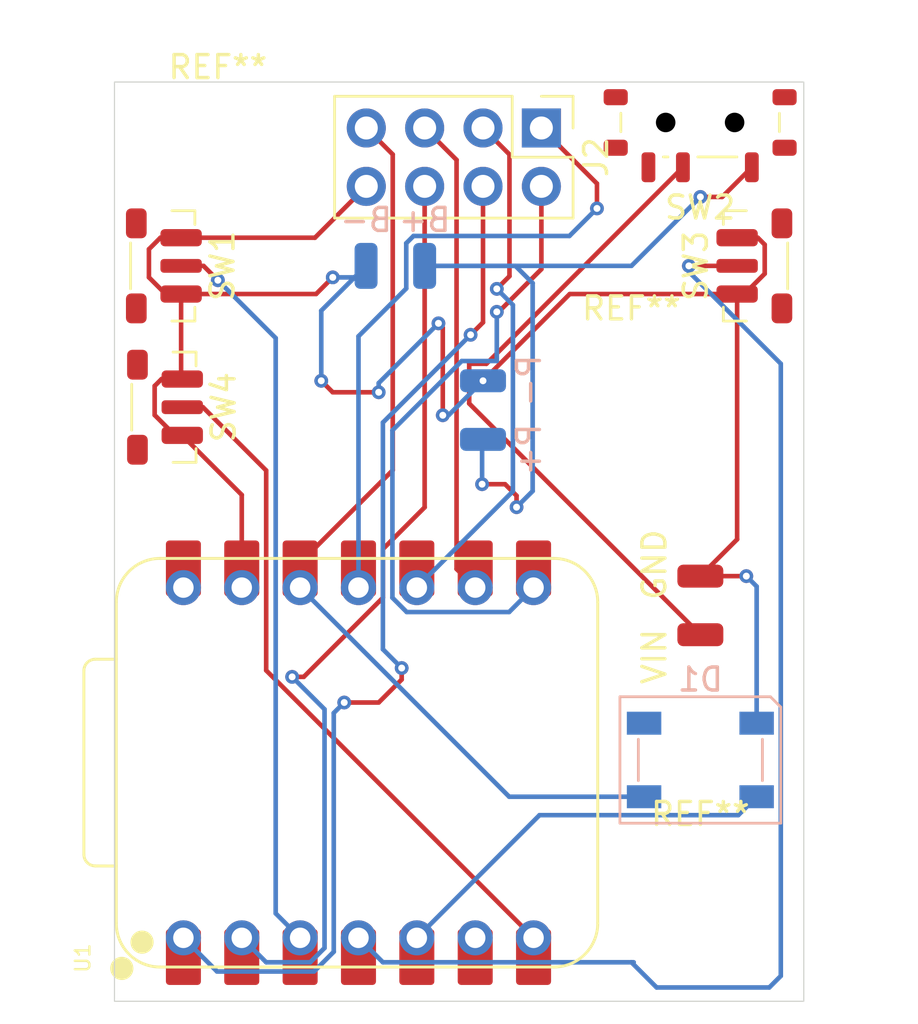
<source format=kicad_pcb>
(kicad_pcb (version 20241229) (generator "pcbnew") (generator_version "9.0")
  (layers (0 "F.Cu" signal) (2 "B.Cu" signal) (13 "F.Paste" user) (15 "B.Paste" user) (5 "F.SilkS" user "F.Silkscreen") (7 "B.SilkS" user "B.Silkscreen") (1 "F.Mask" user) (3 "B.Mask" user) (25 "Edge.Cuts" user))
  (net 0 "")
  (net 1 "scl{slash}clk")
  (net 2 "+3.3V")
  (net 3 "cs")
  (net 4 "sda{slash}din")
  (net 5 "res")
  (net 6 "d{slash}c")
  (net 7 "busy")
  (net 8 "b1")
  (net 10 "b2")
  (net 11 "b3")
  (net 13 "GND")
  (net 15 "Net-(D1-DIN)")
  (net 17 "Net-(B+1-Pin_1)")
  (net 18 "Net-(SW2-B)")
  (footprint "MountingHole:MountingHole_3.2mm_M3" (layer "F.Cu") (at 215.5 56)
    (property "Reference" "REF**" (at 0 -4.15 0) (layer "F.SilkS"))
    (property "Value" "MountingHole_3.2mm_M3")
    (pad "" np_thru_hole circle (at 0 0) (size 3.2 3.2) (drill 3.2) (layers "*.Cu" "*.Mask"))
  )
  (footprint "Button_Switch_SMD:SW_Push_1P1T-MP_NO_Horizontal_Alps_SKRTLAE010" (layer "F.Cu") (at 218 28 90)
    (property "Reference" "SW3" (at 0 -2.7 90) (layer "F.SilkS"))
    (property "Value" "SW_Push")
    (fp_line (start 2.4 -1.5) (end 2.4 -0.5) (stroke (width 0.12)) (layer "F.SilkS"))
    (fp_line (start 1.8 -1.5) (end 2.4 -1.5) (stroke (width 0.12)) (layer "F.SilkS"))
    (fp_line (start -1.8 -1.5) (end -2.4 -1.5) (stroke (width 0.12)) (layer "F.SilkS"))
    (fp_line (start -2.4 -1.5) (end -2.4 -0.5) (stroke (width 0.12)) (layer "F.SilkS"))
    (fp_line (start -1 1.3) (end 1 1.3) (stroke (width 0.12)) (layer "F.SilkS"))
    (pad "" np_thru_hole circle (at -2.125 0 90) (size 0.9 0.9) (drill 0.9) (layers "*.Cu" "*.Mask"))
    (pad "" np_thru_hole circle (at 2.125 0 90) (size 0.9 0.9) (drill 0.9) (layers "*.Cu" "*.Mask"))
    (pad "1" smd roundrect (at -1.225 -0.9 90) (size 0.75 1.8) (layers "F.Cu" "F.Mask" "F.Paste") (net 13 "GND"))
    (pad "1" smd roundrect (at 1.225 -0.9 90) (size 0.75 1.8) (layers "F.Cu" "F.Mask" "F.Paste") (net 13 "GND"))
    (pad "2" smd roundrect (at 0 -0.9 90) (size 0.6 1.8) (layers "F.Cu" "F.Mask" "F.Paste") (net 10 "b2"))
    (pad "MP" smd roundrect (at -1.85 1.05 90) (size 1.3 0.9) (layers "F.Cu" "F.Mask" "F.Paste"))
    (pad "MP" smd roundrect (at 1.85 1.05 90) (size 1.3 0.9) (layers "F.Cu" "F.Mask" "F.Paste"))
  )
  (footprint "rp2040:XIAO-RP2040-DIP" (layer "F.Cu") (at 200.62 49.62 90)
    (property "Reference" "U1" (at -8.5 -12 90) (layer "F.SilkS") (effects (font (size 0.635 0.635) (thickness 0.1016))))
    (property "Value" "XIAO-RP2040-DIP")
    (fp_line (start -3.991272 -11.951) (end 4.004 -11.951) (stroke (width 0.127)) (layer "F.SilkS"))
    (fp_line (start 4.504 -11.451) (end 4.504 -10.541) (stroke (width 0.127)) (layer "F.SilkS"))
    (fp_line (start 6.985 -10.541) (end -6.985 -10.541) (stroke (width 0.1)) (layer "F.SilkS"))
    (fp_line (start 6.985 -10.541) (end -6.985 -10.541) (stroke (width 0.127)) (layer "F.SilkS"))
    (fp_line (start -4.495 -10.541) (end -4.491272 -11.451272) (stroke (width 0.127)) (layer "F.SilkS"))
    (fp_line (start 8.89 8.509) (end 8.89 -8.636) (stroke (width 0.127)) (layer "F.SilkS"))
    (fp_line (start -8.89 8.509) (end -8.89 -8.636) (stroke (width 0.127)) (layer "F.SilkS"))
    (fp_line (start -6.985 10.414) (end 6.985 10.414) (stroke (width 0.127)) (layer "F.SilkS"))
    (fp_arc (start 4.004 -11.951) (mid 4.357553 -11.804553) (end 4.504 -11.451) (stroke (width 0.127)) (layer "F.SilkS"))
    (fp_arc (start -4.491272 -11.451272) (mid -4.344728 -11.80464) (end -3.991272 -11.951) (stroke (width 0.127)) (layer "F.SilkS"))
    (fp_arc (start 6.985 -10.541) (mid 8.332038 -9.983038) (end 8.89 -8.636) (stroke (width 0.127)) (layer "F.SilkS"))
    (fp_arc (start -8.89 -8.636) (mid -8.332038 -9.983038) (end -6.985 -10.541) (stroke (width 0.127)) (layer "F.SilkS"))
    (fp_arc (start 8.89 8.509) (mid 8.332038 9.856038) (end 6.985 10.414) (stroke (width 0.127)) (layer "F.SilkS"))
    (fp_arc (start -6.985 10.414) (mid -8.332038 9.856038) (end -8.89 8.509) (stroke (width 0.127)) (layer "F.SilkS"))
    (fp_circle (center -8.95 -10.3) (end -8.95 -10.554) (stroke (width 0.5)) (fill yes) (layer "F.SilkS"))
    (fp_circle (center -7.807 -9.42) (end -7.807 -9.674) (stroke (width 0.5)) (fill yes) (layer "F.SilkS"))
    (pad "1" smd roundrect (at -8.455 -7.62 270) (size 2.432 1.524) (layers "F.Cu" "F.Mask") (roundrect_rratio 0.1) (net 3 "cs"))
    (pad "1" thru_hole circle (at -7.62 -7.62 270) (size 1.524 1.524) (drill 0.889) (layers "*.Cu" "*.Mask") (net 3 "cs"))
    (pad "2" smd roundrect (at -8.455 -5.08 270) (size 2.432 1.524) (layers "F.Cu" "F.Mask") (roundrect_rratio 0.1) (net 4 "sda{slash}din"))
    (pad "2" thru_hole circle (at -7.62 -5.08 270) (size 1.524 1.524) (drill 0.889) (layers "*.Cu" "*.Mask") (net 4 "sda{slash}din"))
    (pad "3" smd roundrect (at -8.455 -2.54 270) (size 2.432 1.524) (layers "F.Cu" "F.Mask") (roundrect_rratio 0.1) (net 8 "b1"))
    (pad "3" thru_hole circle (at -7.62 -2.54 270) (size 1.524 1.524) (drill 0.889) (layers "*.Cu" "*.Mask") (net 8 "b1"))
    (pad "4" smd roundrect (at -8.455 0 270) (size 2.432 1.524) (layers "F.Cu" "F.Mask") (roundrect_rratio 0.1) (net 10 "b2"))
    (pad "4" thru_hole circle (at -7.62 0 270) (size 1.524 1.524) (drill 0.889) (layers "*.Cu" "*.Mask") (net 10 "b2"))
    (pad "5" smd roundrect (at -8.455 2.54 270) (size 2.432 1.524) (layers "F.Cu" "F.Mask") (roundrect_rratio 0.1) (net 15 "Net-(D1-DIN)"))
    (pad "5" thru_hole circle (at -7.62 2.54 270) (size 1.524 1.524) (drill 0.889) (layers "*.Cu" "*.Mask") (net 15 "Net-(D1-DIN)"))
    (pad "6" smd roundrect (at -8.455 5.08 270) (size 2.432 1.524) (layers "F.Cu" "F.Mask") (roundrect_rratio 0.1))
    (pad "6" thru_hole circle (at -7.62 5.08 270) (size 1.524 1.524) (drill 0.889) (layers "*.Cu" "*.Mask"))
    (pad "7" smd roundrect (at -8.455 7.62 270) (size 2.432 1.524) (layers "F.Cu" "F.Mask") (roundrect_rratio 0.1) (net 11 "b3"))
    (pad "7" thru_hole circle (at -7.62 7.62 270) (size 1.524 1.524) (drill 0.889) (layers "*.Cu" "*.Mask") (net 11 "b3"))
    (pad "8" thru_hole circle (at 7.62 7.62 90) (size 1.524 1.524) (drill 0.889) (layers "*.Cu" "*.Mask") (net 5 "res"))
    (pad "8" smd roundrect (at 8.455 7.62 90) (size 2.432 1.524) (layers "F.Cu" "F.Mask") (roundrect_rratio 0.1) (net 5 "res"))
    (pad "9" thru_hole circle (at 7.62 5.08 90) (size 1.524 1.524) (drill 0.889) (layers "*.Cu" "*.Mask") (net 1 "scl{slash}clk"))
    (pad "9" smd roundrect (at 8.455 5.08 90) (size 2.432 1.524) (layers "F.Cu" "F.Mask") (roundrect_rratio 0.1) (net 1 "scl{slash}clk"))
    (pad "10" thru_hole circle (at 7.62 2.54 90) (size 1.524 1.524) (drill 0.889) (layers "*.Cu" "*.Mask") (net 6 "d{slash}c"))
    (pad "10" smd roundrect (at 8.455 2.54 90) (size 2.432 1.524) (layers "F.Cu" "F.Mask") (roundrect_rratio 0.1) (net 6 "d{slash}c"))
    (pad "11" thru_hole circle (at 7.62 0 90) (size 1.524 1.524) (drill 0.889) (layers "*.Cu" "*.Mask") (net 7 "busy"))
    (pad "11" smd roundrect (at 8.455 0 90) (size 2.432 1.524) (layers "F.Cu" "F.Mask") (roundrect_rratio 0.1) (net 7 "busy"))
    (pad "12" thru_hole circle (at 7.62 -2.54 90) (size 1.524 1.524) (drill 0.889) (layers "*.Cu" "*.Mask") (net 2 "+3.3V"))
    (pad "12" smd roundrect (at 8.455 -2.54 90) (size 2.432 1.524) (layers "F.Cu" "F.Mask") (roundrect_rratio 0.1) (net 2 "+3.3V"))
    (pad "13" thru_hole circle (at 7.62 -5.08 90) (size 1.524 1.524) (drill 0.889) (layers "*.Cu" "*.Mask") (net 13 "GND"))
    (pad "13" smd roundrect (at 8.455 -5.08 90) (size 2.432 1.524) (layers "F.Cu" "F.Mask") (roundrect_rratio 0.1) (net 13 "GND"))
    (pad "14" thru_hole circle (at 7.62 -7.62 90) (size 1.524 1.524) (drill 0.889) (layers "*.Cu" "*.Mask"))
    (pad "14" smd roundrect (at 8.455 -7.62 90) (size 2.432 1.524) (layers "F.Cu" "F.Mask") (roundrect_rratio 0.1))
  )
  (footprint "Button_Switch_SMD:SW_SPDT_Shouhan_MSK12C02" (layer "F.Cu") (at 215.49 21.76 180)
    (property "Reference" "SW2" (at 0 -3.7 0) (layer "F.SilkS"))
    (property "Value" "SW_SPDT")
    (fp_line (start 3.45 -0.4) (end 3.45 0.4) (stroke (width 0.12)) (layer "F.SilkS"))
    (fp_line (start 1.4 -1.5) (end 1.6 -1.5) (stroke (width 0.12)) (layer "F.SilkS"))
    (fp_line (start -1.6 -1.5) (end 0.1 -1.5) (stroke (width 0.12)) (layer "F.SilkS"))
    (fp_line (start -3.45 -0.4) (end -3.45 0.4) (stroke (width 0.12)) (layer "F.SilkS"))
    (pad "" np_thru_hole circle (at -1.5 0 180) (size 0.85 0.85) (drill 0.85) (layers "*.Mask"))
    (pad "" np_thru_hole circle (at 1.5 0 180) (size 0.85 0.85) (drill 0.85) (layers "*.Mask"))
    (pad "1" smd roundrect (at -2.25 -1.95 180) (size 0.6 1.3) (layers "F.Cu" "F.Mask" "F.Paste") (net 17 "Net-(B+1-Pin_1)"))
    (pad "2" smd roundrect (at 0.75 -1.95 180) (size 0.6 1.3) (layers "F.Cu" "F.Mask" "F.Paste") (net 18 "Net-(SW2-B)"))
    (pad "3" smd roundrect (at 2.25 -1.95 180) (size 0.6 1.3) (layers "F.Cu" "F.Mask" "F.Paste"))
    (pad "SH" smd roundrect (at -3.675 -1.1 180) (size 1.05 0.7) (layers "F.Cu" "F.Mask" "F.Paste"))
    (pad "SH" smd roundrect (at -3.675 1.1 180) (size 1.05 0.7) (layers "F.Cu" "F.Mask" "F.Paste"))
    (pad "SH" smd roundrect (at 3.675 -1.1 180) (size 1.05 0.7) (layers "F.Cu" "F.Mask" "F.Paste"))
    (pad "SH" smd roundrect (at 3.675 1.1 180) (size 1.05 0.7) (layers "F.Cu" "F.Mask" "F.Paste"))
  )
  (footprint "MountingHole:MountingHole_3.2mm_M3" (layer "F.Cu") (at 212.5 34)
    (property "Reference" "REF**" (at 0 -4.15 0) (layer "F.SilkS"))
    (property "Value" "MountingHole_3.2mm_M3")
    (pad "" np_thru_hole circle (at 0 0) (size 3.2 3.2) (drill 3.2) (layers "*.Cu" "*.Mask"))
  )
  (footprint "Connector_Wire:SolderWirePad_1x01_SMD_1x2mm" (layer "F.Cu") (at 215.5 41.5 90)
    (property "Reference" "GND" (at 0.5 -2 90) (layer "F.SilkS"))
    (property "Value" "GND")
    (pad "1" smd roundrect (at 0 0 90) (size 1 2) (layers "F.Cu" "F.Mask") (net 13 "GND"))
  )
  (footprint "Button_Switch_SMD:SW_Push_1P1T-MP_NO_Horizontal_Alps_SKRTLAE010" (layer "F.Cu") (at 192.05 34.15 -90)
    (property "Reference" "SW4" (at 0 -2.7 90) (layer "F.SilkS"))
    (property "Value" "SW_Push")
    (fp_line (start -1 1.3) (end 1 1.3) (stroke (width 0.12)) (layer "F.SilkS"))
    (fp_line (start -2.4 -1.5) (end -2.4 -0.5) (stroke (width 0.12)) (layer "F.SilkS"))
    (fp_line (start -1.8 -1.5) (end -2.4 -1.5) (stroke (width 0.12)) (layer "F.SilkS"))
    (fp_line (start 1.8 -1.5) (end 2.4 -1.5) (stroke (width 0.12)) (layer "F.SilkS"))
    (fp_line (start 2.4 -1.5) (end 2.4 -0.5) (stroke (width 0.12)) (layer "F.SilkS"))
    (pad "" np_thru_hole circle (at -2.125 0 270) (size 0.9 0.9) (drill 0.9) (layers "*.Cu" "*.Mask"))
    (pad "" np_thru_hole circle (at 2.125 0 270) (size 0.9 0.9) (drill 0.9) (layers "*.Cu" "*.Mask"))
    (pad "1" smd roundrect (at -1.225 -0.9 270) (size 0.75 1.8) (layers "F.Cu" "F.Mask" "F.Paste") (net 13 "GND"))
    (pad "1" smd roundrect (at 1.225 -0.9 270) (size 0.75 1.8) (layers "F.Cu" "F.Mask" "F.Paste") (net 13 "GND"))
    (pad "2" smd roundrect (at 0 -0.9 270) (size 0.6 1.8) (layers "F.Cu" "F.Mask" "F.Paste") (net 11 "b3"))
    (pad "MP" smd roundrect (at -1.85 1.05 270) (size 1.3 0.9) (layers "F.Cu" "F.Mask" "F.Paste"))
    (pad "MP" smd roundrect (at 1.85 1.05 270) (size 1.3 0.9) (layers "F.Cu" "F.Mask" "F.Paste"))
  )
  (footprint "Connector_Wire:SolderWirePad_1x01_SMD_1x2mm" (layer "F.Cu") (at 215.5 44.05 90)
    (property "Reference" "VIN" (at -0.95 -2 90) (layer "F.SilkS"))
    (property "Value" "VIN")
    (pad "1" smd roundrect (at 0 0 90) (size 1 2) (layers "F.Cu" "F.Mask") (net 18 "Net-(SW2-B)"))
  )
  (footprint "MountingHole:MountingHole_3.2mm_M3" (layer "F.Cu") (at 194.5 23.5)
    (property "Reference" "REF**" (at 0 -4.15 0) (layer "F.SilkS"))
    (property "Value" "MountingHole_3.2mm_M3")
    (pad "" np_thru_hole circle (at 0 0) (size 3.2 3.2) (drill 3.2) (layers "*.Cu" "*.Mask"))
  )
  (footprint "Button_Switch_SMD:SW_Push_1P1T-MP_NO_Horizontal_Alps_SKRTLAE010" (layer "F.Cu") (at 192 28 -90)
    (property "Reference" "SW1" (at 0 -2.7 90) (layer "F.SilkS"))
    (property "Value" "SW_Push")
    (fp_line (start -1 1.3) (end 1 1.3) (stroke (width 0.12)) (layer "F.SilkS"))
    (fp_line (start -2.4 -1.5) (end -2.4 -0.5) (stroke (width 0.12)) (layer "F.SilkS"))
    (fp_line (start -1.8 -1.5) (end -2.4 -1.5) (stroke (width 0.12)) (layer "F.SilkS"))
    (fp_line (start 1.8 -1.5) (end 2.4 -1.5) (stroke (width 0.12)) (layer "F.SilkS"))
    (fp_line (start 2.4 -1.5) (end 2.4 -0.5) (stroke (width 0.12)) (layer "F.SilkS"))
    (pad "" np_thru_hole circle (at -2.125 0 270) (size 0.9 0.9) (drill 0.9) (layers "*.Cu" "*.Mask"))
    (pad "" np_thru_hole circle (at 2.125 0 270) (size 0.9 0.9) (drill 0.9) (layers "*.Cu" "*.Mask"))
    (pad "1" smd roundrect (at -1.225 -0.9 270) (size 0.75 1.8) (layers "F.Cu" "F.Mask" "F.Paste") (net 13 "GND"))
    (pad "1" smd roundrect (at 1.225 -0.9 270) (size 0.75 1.8) (layers "F.Cu" "F.Mask" "F.Paste") (net 13 "GND"))
    (pad "2" smd roundrect (at 0 -0.9 270) (size 0.6 1.8) (layers "F.Cu" "F.Mask" "F.Paste") (net 8 "b1"))
    (pad "MP" smd roundrect (at -1.85 1.05 270) (size 1.3 0.9) (layers "F.Cu" "F.Mask" "F.Paste"))
    (pad "MP" smd roundrect (at 1.85 1.05 270) (size 1.3 0.9) (layers "F.Cu" "F.Mask" "F.Paste"))
  )
  (footprint "Connector_PinHeader_2.54mm:PinHeader_2x04_P2.54mm_Vertical" (layer "F.Cu") (at 208.58 22 -90)
    (property "Reference" "J2" (at 1.27 -2.38 90) (layer "F.SilkS"))
    (property "Value" "display connector")
    (fp_line (start -1.38 9) (end 3.92 9) (stroke (width 0.12)) (layer "F.SilkS"))
    (fp_line (start -1.38 1.27) (end -1.38 9) (stroke (width 0.12)) (layer "F.SilkS"))
    (fp_line (start -1.38 1.27) (end 1.27 1.27) (stroke (width 0.12)) (layer "F.SilkS"))
    (fp_line (start 1.27 1.27) (end 1.27 -1.38) (stroke (width 0.12)) (layer "F.SilkS"))
    (fp_line (start -1.38 0) (end -1.38 -1.38) (stroke (width 0.12)) (layer "F.SilkS"))
    (fp_line (start -1.38 -1.38) (end 0 -1.38) (stroke (width 0.12)) (layer "F.SilkS"))
    (fp_line (start 1.27 -1.38) (end 3.92 -1.38) (stroke (width 0.12)) (layer "F.SilkS"))
    (fp_line (start 3.92 -1.38) (end 3.92 9) (stroke (width 0.12)) (layer "F.SilkS"))
    (pad "1" thru_hole rect (at 0 0 270) (size 1.7 1.7) (drill 1) (layers "*.Cu" "*.Mask") (net 7 "busy"))
    (pad "2" thru_hole circle (at 2.54 0 270) (size 1.7 1.7) (drill 1) (layers "*.Cu" "*.Mask") (net 5 "res"))
    (pad "3" thru_hole circle (at 0 2.54 270) (size 1.7 1.7) (drill 1) (layers "*.Cu" "*.Mask") (net 6 "d{slash}c"))
    (pad "4" thru_hole circle (at 2.54 2.54 270) (size 1.7 1.7) (drill 1) (layers "*.Cu" "*.Mask") (net 3 "cs"))
    (pad "5" thru_hole circle (at 0 5.08 270) (size 1.7 1.7) (drill 1) (layers "*.Cu" "*.Mask") (net 1 "scl{slash}clk"))
    (pad "6" thru_hole circle (at 2.54 5.08 270) (size 1.7 1.7) (drill 1) (layers "*.Cu" "*.Mask") (net 4 "sda{slash}din"))
    (pad "7" thru_hole circle (at 0 7.62 270) (size 1.7 1.7) (drill 1) (layers "*.Cu" "*.Mask") (net 2 "+3.3V"))
    (pad "8" thru_hole circle (at 2.54 7.62 270) (size 1.7 1.7) (drill 1) (layers "*.Cu" "*.Mask") (net 13 "GND"))
  )
  (footprint "LED_SMD:LED_SK6812_PLCC4_5.0x5.0mm_P3.2mm" (layer "B.Cu") (at 215.5 49.5 180)
    (property "Reference" "D1" (at 0 3.5 0) (layer "B.SilkS") (effects (justify mirror)))
    (property "Value" "SK6812")
    (fp_line (start 3.5 2.75) (end -3.05 2.75) (stroke (width 0.12)) (layer "B.SilkS"))
    (fp_line (start 3.5 -2.75) (end 3.5 2.75) (stroke (width 0.12)) (layer "B.SilkS"))
    (fp_line (start 3.5 -2.75) (end -3.5 -2.75) (stroke (width 0.12)) (layer "B.SilkS"))
    (fp_line (start 2.7 0.9) (end 2.7 -0.9) (stroke (width 0.12)) (layer "B.SilkS"))
    (fp_line (start -2.7 0.9) (end -2.7 -0.9) (stroke (width 0.12)) (layer "B.SilkS"))
    (fp_line (start -3.05 2.75) (end -3.5 2.3) (stroke (width 0.12)) (layer "B.SilkS"))
    (fp_line (start -3.5 2.3) (end -3.5 -2.75) (stroke (width 0.12)) (layer "B.SilkS"))
    (pad "1" smd rect (at -2.45 1.6) (size 1.5 1) (layers "B.Cu" "B.Mask" "B.Paste") (net 13 "GND"))
    (pad "2" smd rect (at -2.45 -1.6) (size 1.5 1) (layers "B.Cu" "B.Mask" "B.Paste") (net 15 "Net-(D1-DIN)"))
    (pad "3" smd rect (at 2.45 -1.6) (size 1.5 1) (layers "B.Cu" "B.Mask" "B.Paste") (net 2 "+3.3V"))
    (pad "4" smd rect (at 2.45 1.6) (size 1.5 1) (layers "B.Cu" "B.Mask" "B.Paste"))
  )
  (footprint "Connector_Wire:SolderWirePad_1x01_SMD_1x2mm" (layer "B.Cu") (at 200.95 28 180)
    (property "Reference" "B-" (at 0 2 0) (layer "B.SilkS") (effects (justify mirror)))
    (property "Value" "B-")
    (pad "1" smd roundrect (at 0 0 180) (size 1 2) (layers "B.Cu" "B.Mask") (net 13 "GND"))
  )
  (footprint "Connector_Wire:SolderWirePad_1x01_SMD_1x2mm" (layer "B.Cu") (at 206.04 35.55 90)
    (property "Reference" "P+" (at -0.45 2 90) (layer "B.SilkS") (effects (justify mirror)))
    (property "Value" "P1")
    (pad "1" smd roundrect (at 0 0 90) (size 1 2) (layers "B.Cu" "B.Mask") (net 17 "Net-(B+1-Pin_1)"))
  )
  (footprint "Connector_Wire:SolderWirePad_1x01_SMD_1x2mm" (layer "B.Cu") (at 206.04 33 90)
    (property "Reference" "P-" (at 0 2 90) (layer "B.SilkS") (effects (justify mirror)))
    (property "Value" "P2")
    (pad "1" smd roundrect (at 0 0 90) (size 1 2) (layers "B.Cu" "B.Mask") (net 13 "GND"))
  )
  (footprint "Connector_Wire:SolderWirePad_1x01_SMD_1x2mm" (layer "B.Cu") (at 203.5 28 180)
    (property "Reference" "B+" (at 0 2 0) (layer "B.SilkS") (effects (justify mirror)))
    (property "Value" "B+")
    (pad "1" smd roundrect (at 0 0 180) (size 1 2) (layers "B.Cu" "B.Mask") (net 17 "Net-(B+1-Pin_1)"))
  )
  (gr_rect (start 190 20) (end 220 60) (stroke (width 0.05)) (fill no) (layer "Edge.Cuts"))
  (segment (start 204.889 23.389) (end 204.889 41.189) (width 0.2) (layer "F.Cu") (net 1))
  (segment (start 203.5 22) (end 204.889 23.389) (width 0.2) (layer "F.Cu") (net 1))
  (segment (start 204.889 41.189) (end 205.7 42) (width 0.2) (layer "F.Cu") (net 1))
  (segment (start 200.96 22) (end 202.111 23.151) (width 0.2) (layer "F.Cu") (net 2))
  (segment (start 202.111 23.151) (end 202.111 36.89137) (width 0.2) (layer "F.Cu") (net 2))
  (segment (start 198.08 40.92237) (end 198.08 42) (width 0.2) (layer "F.Cu") (net 2))
  (segment (start 202.111 36.89137) (end 198.08 40.92237) (width 0.2) (layer "F.Cu") (net 2))
  (segment (start 207.18 51.1) (end 198.08 42) (width 0.2) (layer "B.Cu") (net 2))
  (segment (start 213.05 51.1) (end 207.18 51.1) (width 0.2) (layer "B.Cu") (net 2))
  (segment (start 213.05 51.05) (end 213 51) (width 0.2) (layer "B.Cu") (net 2))
  (segment (start 206.04 24.54) (end 206.04 30.46) (width 0.2) (layer "F.Cu") (net 3))
  (segment (start 206.04 30.46) (end 205.5 31) (width 0.2) (layer "F.Cu") (net 3))
  (segment (start 201.5 47) (end 200 47) (width 0.2) (layer "F.Cu") (net 3))
  (segment (start 202.5 46) (end 201.5 47) (width 0.2) (layer "F.Cu") (net 3))
  (segment (start 202.5 45.5) (end 202.5 46) (width 0.2) (layer "F.Cu") (net 3))
  (via (at 200 47) (size 0.6) (drill 0.3) (layers "F.Cu" "B.Cu") (net 3))
  (via (at 202.5 45.5) (size 0.6) (drill 0.3) (layers "F.Cu" "B.Cu") (net 3))
  (via (at 205.5 31) (size 0.6) (drill 0.3) (layers "F.Cu" "B.Cu") (net 3))
  (segment (start 194.464 58.704) (end 193 57.24) (width 0.2) (layer "B.Cu") (net 3))
  (segment (start 201.683 34.817) (end 201.683 44.683) (width 0.2) (layer "B.Cu") (net 3))
  (segment (start 201.683 44.683) (end 202.5 45.5) (width 0.2) (layer "B.Cu") (net 3))
  (segment (start 205.5 31) (end 201.683 34.817) (width 0.2) (layer "B.Cu") (net 3))
  (segment (start 199.544 57.84641) (end 198.68641 58.704) (width 0.2) (layer "B.Cu") (net 3))
  (segment (start 198.68641 58.704) (end 194.464 58.704) (width 0.2) (layer "B.Cu") (net 3))
  (segment (start 199.544 47.456) (end 199.544 57.84641) (width 0.2) (layer "B.Cu") (net 3))
  (segment (start 200 47) (end 199.544 47.456) (width 0.2) (layer "B.Cu") (net 3))
  (segment (start 198.239075 45.884235) (end 197.732765 45.884235) (width 0.2) (layer "F.Cu") (net 4))
  (segment (start 203.5 38.506374) (end 201.683 40.323374) (width 0.2) (layer "F.Cu") (net 4))
  (segment (start 201.683 40.323374) (end 201.683 42.44031) (width 0.2) (layer "F.Cu") (net 4))
  (segment (start 203.5 24.54) (end 203.5 38.506374) (width 0.2) (layer "F.Cu") (net 4))
  (segment (start 201.683 42.44031) (end 198.239075 45.884235) (width 0.2) (layer "F.Cu") (net 4))
  (via (at 197.732765 45.884235) (size 0.6) (drill 0.3) (layers "F.Cu" "B.Cu") (net 4))
  (segment (start 196.603 58.303) (end 195.54 57.24) (width 0.2) (layer "B.Cu") (net 4))
  (segment (start 198.52031 58.303) (end 196.603 58.303) (width 0.2) (layer "B.Cu") (net 4))
  (segment (start 199.143 47.29447) (end 199.143 57.68031) (width 0.2) (layer "B.Cu") (net 4))
  (segment (start 197.732765 45.884235) (end 199.143 47.29447) (width 0.2) (layer "B.Cu") (net 4))
  (segment (start 199.143 57.68031) (end 198.52031 58.303) (width 0.2) (layer "B.Cu") (net 4))
  (segment (start 206.723602 30) (end 206.64 30) (width 0.2) (layer "F.Cu") (net 5))
  (segment (start 208.58 24.54) (end 208.58 28.143602) (width 0.2) (layer "F.Cu") (net 5))
  (segment (start 208.58 28.143602) (end 206.723602 30) (width 0.2) (layer "F.Cu") (net 5))
  (via (at 206.64 30) (size 0.6) (drill 0.3) (layers "F.Cu" "B.Cu") (net 5))
  (segment (start 202.097 42.44031) (end 202.71969 43.063) (width 0.2) (layer "B.Cu") (net 5))
  (segment (start 207.177 43.063) (end 208.24 42) (width 0.2) (layer "B.Cu") (net 5))
  (segment (start 202.71969 43.063) (end 207.177 43.063) (width 0.2) (layer "B.Cu") (net 5))
  (segment (start 206.64 32.14) (end 205.11384 32.14) (width 0.2) (layer "B.Cu") (net 5))
  (segment (start 206.64 30) (end 206.64 32.14) (width 0.2) (layer "B.Cu") (net 5))
  (segment (start 205.11384 32.14) (end 202.097 35.15684) (width 0.2) (layer "B.Cu") (net 5))
  (segment (start 202.097 35.15684) (end 202.097 42.44031) (width 0.2) (layer "B.Cu") (net 5))
  (segment (start 207.191 28.449) (end 206.64 29) (width 0.2) (layer "F.Cu") (net 6))
  (segment (start 206.04 22) (end 207.191 23.151) (width 0.2) (layer "F.Cu") (net 6))
  (segment (start 207.191 23.151) (end 207.191 28.449) (width 0.2) (layer "F.Cu") (net 6))
  (via (at 206.64 29) (size 0.6) (drill 0.3) (layers "F.Cu" "B.Cu") (net 6))
  (segment (start 203.16 41.990057) (end 203.16 42) (width 0.2) (layer "B.Cu") (net 6))
  (segment (start 203 42.16) (end 203.16 42) (width 0.2) (layer "B.Cu") (net 6))
  (segment (start 207.341 37.809057) (end 203.16 41.990057) (width 0.2) (layer "B.Cu") (net 6))
  (segment (start 206.64 29) (end 207.341 29.701) (width 0.2) (layer "B.Cu") (net 6))
  (segment (start 207.341 29.701) (end 207.341 37.809057) (width 0.2) (layer "B.Cu") (net 6))
  (segment (start 211 24.42) (end 211 25.5) (width 0.2) (layer "F.Cu") (net 7))
  (segment (start 208.58 22) (end 211 24.42) (width 0.2) (layer "F.Cu") (net 7))
  (via (at 211 25.5) (size 0.6) (drill 0.3) (layers "F.Cu" "B.Cu") (net 7))
  (segment (start 202.699 28.98516) (end 200.62 31.06416) (width 0.2) (layer "B.Cu") (net 7))
  (segment (start 211 25.5) (end 209.801 26.699) (width 0.2) (layer "B.Cu") (net 7))
  (segment (start 203.01484 26.699) (end 202.699 27.01484) (width 0.2) (layer "B.Cu") (net 7))
  (segment (start 202.699 27.01484) (end 202.699 28.98516) (width 0.2) (layer "B.Cu") (net 7))
  (segment (start 209.801 26.699) (end 203.01484 26.699) (width 0.2) (layer "B.Cu") (net 7))
  (segment (start 200.62 31.06416) (end 200.62 42) (width 0.2) (layer "B.Cu") (net 7))
  (segment (start 192.9 28) (end 193.875 28) (width 0.2) (layer "F.Cu") (net 8))
  (segment (start 193.875 28) (end 194.5 28.625) (width 0.2) (layer "F.Cu") (net 8))
  (via (at 194.5 28.625) (size 0.6) (drill 0.3) (layers "F.Cu" "B.Cu") (net 8))
  (segment (start 197.017 56.177) (end 198.08 57.24) (width 0.2) (layer "B.Cu") (net 8))
  (segment (start 194.5 28.625) (end 197.017 31.142) (width 0.2) (layer "B.Cu") (net 8))
  (segment (start 197.017 31.142) (end 197.017 56.177) (width 0.2) (layer "B.Cu") (net 8))
  (segment (start 215 28) (end 217.1 28) (width 0.2) (layer "F.Cu") (net 10))
  (via (at 215 28) (size 0.6) (drill 0.3) (layers "F.Cu" "B.Cu") (net 10))
  (segment (start 212.5 58.303) (end 212.599 58.303) (width 0.2) (layer "B.Cu") (net 10))
  (segment (start 213.596 59.399) (end 218.5 59.399) (width 0.2) (layer "B.Cu") (net 10))
  (segment (start 212.5 58.303) (end 213.596 59.399) (width 0.2) (layer "B.Cu") (net 10))
  (segment (start 218.5 59.399) (end 219.001 58.898) (width 0.2) (layer "B.Cu") (net 10))
  (segment (start 219.001 32.258785) (end 215 28.257785) (width 0.2) (layer "B.Cu") (net 10))
  (segment (start 201.683 58.303) (end 212.5 58.303) (width 0.2) (layer "B.Cu") (net 10))
  (segment (start 215 28.257785) (end 215 28) (width 0.2) (layer "B.Cu") (net 10))
  (segment (start 219.001 58.898) (end 219.001 32.258785) (width 0.2) (layer "B.Cu") (net 10))
  (segment (start 200.62 57.24) (end 201.683 58.303) (width 0.2) (layer "B.Cu") (net 10))
  (segment (start 196.603 36.903001) (end 193.849999 34.15) (width 0.2) (layer "F.Cu") (net 11))
  (segment (start 193.849999 34.15) (end 192.95 34.15) (width 0.2) (layer "F.Cu") (net 11))
  (segment (start 196.603 45.603) (end 196.603 36.903001) (width 0.2) (layer "F.Cu") (net 11))
  (segment (start 208.24 57.24) (end 196.603 45.603) (width 0.2) (layer "F.Cu") (net 11))
  (segment (start 192.9 32.875) (end 192.95 32.925) (width 0.2) (layer "F.Cu") (net 13))
  (segment (start 215.5 41.5) (end 217.1 39.9) (width 0.2) (layer "F.Cu") (net 13))
  (segment (start 204.1 30.5) (end 204.289 30.689) (width 0.2) (layer "F.Cu") (net 13))
  (segment (start 217.1 29.225) (end 209.815 29.225) (width 0.2) (layer "F.Cu") (net 13))
  (segment (start 199.5 33.5) (end 201.5 33.5) (width 0.2) (layer "F.Cu") (net 13))
  (segment (start 217.416968 29.225) (end 217.1 29.225) (width 0.2) (layer "F.Cu") (net 13))
  (segment (start 218 26.775) (end 218.301 27.076) (width 0.2) (layer "F.Cu") (net 13))
  (segment (start 191.749 34.490968) (end 192.633032 35.375) (width 0.2) (layer "F.Cu") (net 13))
  (segment (start 217.5 41.5) (end 215.5 41.5) (width 0.2) (layer "F.Cu") (net 13))
  (segment (start 191.5 27.275) (end 191.5 28.5) (width 0.2) (layer "F.Cu") (net 13))
  (segment (start 191.5 28.5) (end 192.225 29.225) (width 0.2) (layer "F.Cu") (net 13))
  (segment (start 217.1 39.9) (end 217.1 29.225) (width 0.2) (layer "F.Cu") (net 13))
  (segment (start 198.775 29.225) (end 199.5 28.5) (width 0.2) (layer "F.Cu") (net 13))
  (segment (start 192.95 35.375) (end 195.54 37.965) (width 0.2) (layer "F.Cu") (net 13))
  (segment (start 192.9 26.775) (end 192 26.775) (width 0.2) (layer "F.Cu") (net 13))
  (segment (start 192.225 29.225) (end 192.9 29.225) (width 0.2) (layer "F.Cu") (net 13))
  (segment (start 192.9 29.225) (end 192.9 32.875) (width 0.2) (layer "F.Cu") (net 13))
  (segment (start 218.301 28.340968) (end 217.416968 29.225) (width 0.2) (layer "F.Cu") (net 13))
  (segment (start 204.289 30.689) (end 204.289 34.5) (width 0.2) (layer "F.Cu") (net 13))
  (segment (start 195.54 37.965) (end 195.54 42) (width 0.2) (layer "F.Cu") (net 13))
  (segment (start 217.1 26.775) (end 218 26.775) (width 0.2) (layer "F.Cu") (net 13))
  (segment (start 191.749 33.226) (end 191.749 34.490968) (width 0.2) (layer "F.Cu") (net 13))
  (segment (start 192.9 29.225) (end 198.775 29.225) (width 0.2) (layer "F.Cu") (net 13))
  (segment (start 209.815 29.225) (end 206.04 33) (width 0.2) (layer "F.Cu") (net 13))
  (segment (start 218.301 27.076) (end 218.301 28.340968) (width 0.2) (layer "F.Cu") (net 13))
  (segment (start 200.96 24.54) (end 198.725 26.775) (width 0.2) (layer "F.Cu") (net 13))
  (segment (start 192.05 32.925) (end 191.749 33.226) (width 0.2) (layer "F.Cu") (net 13))
  (segment (start 198.725 26.775) (end 192.9 26.775) (width 0.2) (layer "F.Cu") (net 13))
  (segment (start 192.633032 35.375) (end 192.95 35.375) (width 0.2) (layer "F.Cu") (net 13))
  (segment (start 192 26.775) (end 191.5 27.275) (width 0.2) (layer "F.Cu") (net 13))
  (segment (start 199 33) (end 199.5 33.5) (width 0.2) (layer "F.Cu") (net 13))
  (segment (start 192.95 32.925) (end 192.05 32.925) (width 0.2) (layer "F.Cu") (net 13))
  (via (at 217.5 41.5) (size 0.6) (drill 0.3) (layers "F.Cu" "B.Cu") (net 13))
  (via (at 201.5 33.5) (size 0.6) (drill 0.3) (layers "F.Cu" "B.Cu") (net 13))
  (via (at 204.289 34.5) (size 0.6) (drill 0.3) (layers "F.Cu" "B.Cu") (net 13))
  (via (at 204.1 30.5) (size 0.6) (drill 0.3) (layers "F.Cu" "B.Cu") (net 13))
  (via (at 199 33) (size 0.6) (drill 0.3) (layers "F.Cu" "B.Cu") (net 13))
  (via (at 199.5 28.5) (size 0.6) (drill 0.3) (layers "F.Cu" "B.Cu") (net 13))
  (via (at 206.04 33) (size 0.6) (drill 0.3) (layers "F.Cu" "B.Cu") (net 13))
  (segment (start 200.45 28.5) (end 200.95 28) (width 0.2) (layer "B.Cu") (net 13))
  (segment (start 204.289 34.5) (end 204.54 34.5) (width 0.2) (layer "B.Cu") (net 13))
  (segment (start 201.5 33.5) (end 201.5 33.1) (width 0.2) (layer "B.Cu") (net 13))
  (segment (start 204.54 34.5) (end 206.04 33) (width 0.2) (layer "B.Cu") (net 13))
  (segment (start 217.95 47.9) (end 217.95 41.95) (width 0.2) (layer "B.Cu") (net 13))
  (segment (start 217.95 41.95) (end 217.5 41.5) (width 0.2) (layer "B.Cu") (net 13))
  (segment (start 201.5 33.1) (end 204.1 30.5) (width 0.2) (layer "B.Cu") (net 13))
  (segment (start 199.5 28.5) (end 200.45 28.5) (width 0.2) (layer "B.Cu") (net 13))
  (segment (start 200.95 28) (end 199 29.95) (width 0.2) (layer "B.Cu") (net 13))
  (segment (start 199 29.95) (end 199 33) (width 0.2) (layer "B.Cu") (net 13))
  (segment (start 208.499 51.901) (end 203.16 57.24) (width 0.2) (layer "B.Cu") (net 15))
  (segment (start 217.95 51.1) (end 217.149 51.901) (width 0.2) (layer "B.Cu") (net 15))
  (segment (start 217.149 51.901) (end 208.499 51.901) (width 0.2) (layer "B.Cu") (net 15))
  (segment (start 216.45 25) (end 215.5 25) (width 0.2) (layer "F.Cu") (net 17))
  (segment (start 217.74 23.71) (end 216.45 25) (width 0.2) (layer "F.Cu") (net 17))
  (segment (start 207.5 38) (end 207 37.5) (width 0.2) (layer "F.Cu") (net 17))
  (segment (start 207 37.5) (end 206 37.5) (width 0.2) (layer "F.Cu") (net 17))
  (segment (start 207.5 38.5) (end 207.5 38) (width 0.2) (layer "F.Cu") (net 17))
  (via (at 206 37.5) (size 0.6) (drill 0.3) (layers "F.Cu" "B.Cu") (net 17))
  (via (at 215.5 25) (size 0.6) (drill 0.3) (layers "F.Cu" "B.Cu") (net 17))
  (via (at 207.5 38.5) (size 0.6) (drill 0.3) (layers "F.Cu" "B.Cu") (net 17))
  (segment (start 203.5 28) (end 207.449943 28) (width 0.2) (layer "B.Cu") (net 17))
  (segment (start 203.5 28) (end 212.5 28) (width 0.2) (layer "B.Cu") (net 17))
  (segment (start 206 35.59) (end 206.04 35.55) (width 0.2) (layer "B.Cu") (net 17))
  (segment (start 208.201 28.751057) (end 208.201 37.799) (width 0.2) (layer "B.Cu") (net 17))
  (segment (start 206 37.5) (end 206 35.59) (width 0.2) (layer "B.Cu") (net 17))
  (segment (start 212.5 28) (end 215.5 25) (width 0.2) (layer "B.Cu") (net 17))
  (segment (start 207.449943 28) (end 208.201 28.751057) (width 0.2) (layer "B.Cu") (net 17))
  (segment (start 208.201 37.799) (end 207.5 38.5) (width 0.2) (layer "B.Cu") (net 17))
  (segment (start 205.439 32.261) (end 205.439 33.989) (width 0.2) (layer "F.Cu") (net 18))
  (segment (start 205.439 33.989) (end 215.5 44.05) (width 0.2) (layer "F.Cu") (net 18))
  (segment (start 205.439 32.261) (end 206.189 32.261) (width 0.2) (layer "F.Cu") (net 18))
  (segment (start 206.189 32.261) (end 214.74 23.71) (width 0.2) (layer "F.Cu") (net 18))
)
</source>
